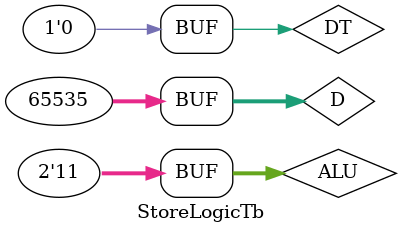
<source format=v>
`timescale 1ns / 1ps
/*
Objetivo:
	Probar que el modulo de la lógica de almacenamiento en la Data Memory.

Procedimiento:
	Se le asignan los siguientes valores a las entradas del módulo:
	
	D = 32'd65535;		// 2 Bytes en 0's y 2 Bytes en 1's
	ALU = 2'11;			// Byte 3
	DT = 1'b0;			// sb
	
	Como resultados, deberían obtenerse el Byte 0 del dato 65535 extendido en ceros y un valor BE (ByteEnable) de 4'b1000.
	El byte 0 de la palabra son 8 bits en 1's y por lo tanto el resultado esperado en la salida ND (NewData) sería 32'd255.
	ND = {{24{0}}, D[7:0]}
	BE = 4'b1000
*/
module StoreLogicTb;

	// Inputs
	reg [31:0] D;
	reg [1:0] ALU;
	reg DT;

	// Outputs
	wire [31:0] ND;
	wire [3:0] BE;

	// Instantiate the Unit Under Test (UUT)
	StoreLogic uut (
		.D(D), 
		.ALU(ALU), 
		.DT(DT), 
		.ND(ND), 
		.BE(BE)
	);

	initial 
		begin
			// Initialize Inputs
			D = 0;
			ALU = 0;
			DT = 0;
			// Wait 100 ns for global reset to finish
			#100;
			// Add stimulus here
			D = 32'd65535;		// 2 Bytes en 0's y 2 Bytes en 1's
			ALU = 2'b11;			// Byte 3
			DT = 1'b0;			// sb
		end
endmodule


</source>
